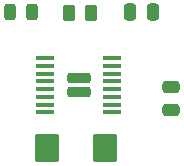
<source format=gtp>
G04 #@! TF.GenerationSoftware,KiCad,Pcbnew,9.0.1*
G04 #@! TF.CreationDate,2025-08-23T10:31:58+05:00*
G04 #@! TF.ProjectId,motor_driver,6d6f746f-725f-4647-9269-7665722e6b69,rev?*
G04 #@! TF.SameCoordinates,Original*
G04 #@! TF.FileFunction,Paste,Top*
G04 #@! TF.FilePolarity,Positive*
%FSLAX46Y46*%
G04 Gerber Fmt 4.6, Leading zero omitted, Abs format (unit mm)*
G04 Created by KiCad (PCBNEW 9.0.1) date 2025-08-23 10:31:58*
%MOMM*%
%LPD*%
G01*
G04 APERTURE LIST*
G04 Aperture macros list*
%AMRoundRect*
0 Rectangle with rounded corners*
0 $1 Rounding radius*
0 $2 $3 $4 $5 $6 $7 $8 $9 X,Y pos of 4 corners*
0 Add a 4 corners polygon primitive as box body*
4,1,4,$2,$3,$4,$5,$6,$7,$8,$9,$2,$3,0*
0 Add four circle primitives for the rounded corners*
1,1,$1+$1,$2,$3*
1,1,$1+$1,$4,$5*
1,1,$1+$1,$6,$7*
1,1,$1+$1,$8,$9*
0 Add four rect primitives between the rounded corners*
20,1,$1+$1,$2,$3,$4,$5,0*
20,1,$1+$1,$4,$5,$6,$7,0*
20,1,$1+$1,$6,$7,$8,$9,0*
20,1,$1+$1,$8,$9,$2,$3,0*%
G04 Aperture macros list end*
%ADD10RoundRect,0.250000X-0.250000X-0.475000X0.250000X-0.475000X0.250000X0.475000X-0.250000X0.475000X0*%
%ADD11RoundRect,0.250000X-0.475000X0.250000X-0.475000X-0.250000X0.475000X-0.250000X0.475000X0.250000X0*%
%ADD12RoundRect,0.250000X-0.262500X-0.450000X0.262500X-0.450000X0.262500X0.450000X-0.262500X0.450000X0*%
%ADD13RoundRect,0.232500X-0.757500X-0.232500X0.757500X-0.232500X0.757500X0.232500X-0.757500X0.232500X0*%
%ADD14RoundRect,0.100000X-0.687500X-0.100000X0.687500X-0.100000X0.687500X0.100000X-0.687500X0.100000X0*%
%ADD15RoundRect,0.243750X0.243750X0.456250X-0.243750X0.456250X-0.243750X-0.456250X0.243750X-0.456250X0*%
%ADD16RoundRect,0.250000X-0.785000X-0.945000X0.785000X-0.945000X0.785000X0.945000X-0.785000X0.945000X0*%
G04 APERTURE END LIST*
D10*
X162050000Y-89515000D03*
X163950000Y-89515000D03*
D11*
X165500000Y-95850000D03*
X165500000Y-97750000D03*
D12*
X156875000Y-89545000D03*
X158700000Y-89545000D03*
D13*
X157650000Y-95120000D03*
X157650000Y-96280000D03*
D14*
X154787500Y-93425000D03*
X154787500Y-94075000D03*
X154787500Y-94725000D03*
X154787500Y-95375000D03*
X154787500Y-96025000D03*
X154787500Y-96675000D03*
X154787500Y-97325000D03*
X154787500Y-97975000D03*
X160512500Y-97975000D03*
X160512500Y-97325000D03*
X160512500Y-96675000D03*
X160512500Y-96025000D03*
X160512500Y-95375000D03*
X160512500Y-94725000D03*
X160512500Y-94075000D03*
X160512500Y-93425000D03*
D15*
X153737500Y-89500000D03*
X151862500Y-89500000D03*
D16*
X154980000Y-101000000D03*
X159920000Y-101000000D03*
M02*

</source>
